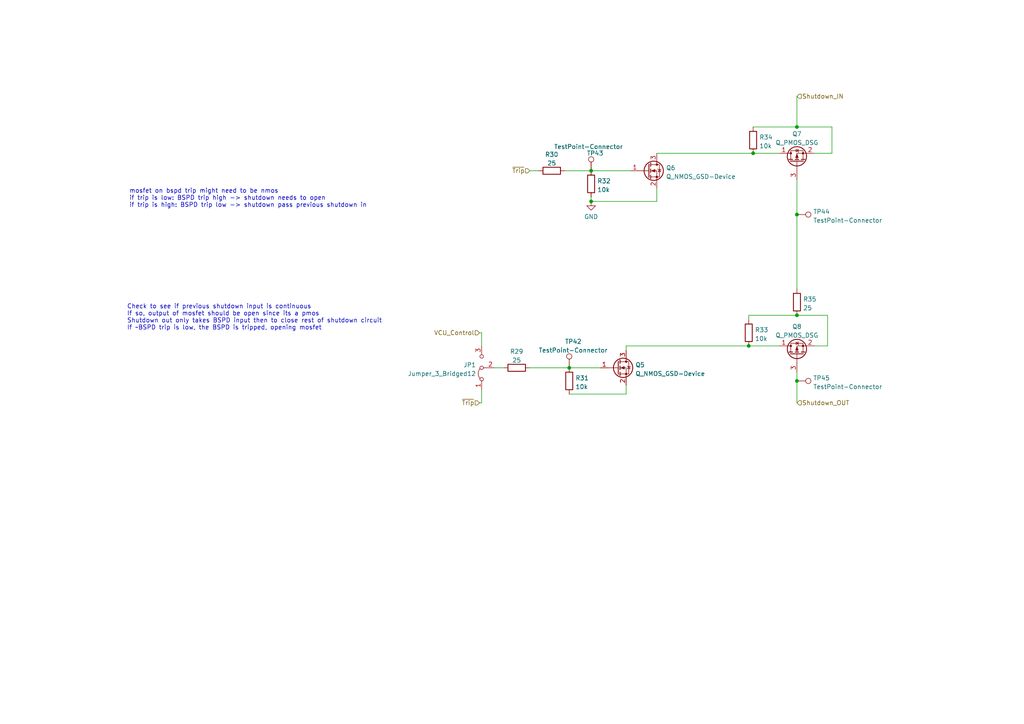
<source format=kicad_sch>
(kicad_sch (version 20211123) (generator eeschema)
  (paper "A4")
  (lib_symbols
    (symbol "20-ELC-2-01-R1(Appetizer)-rescue:Q_NMOS_GSD-Device" (pin_names (offset 0) hide)
      (property "Reference" "Q" (at 5.08 1.27 0))
      (property "Value" "Q_NMOS_GSD-Device" (at 5.08 -1.27 0))
      (symbol "Q_NMOS_GSD-Device_0_1"
        (polyline (pts (xy 0.254 0) (xy -2.54 0)))
        (polyline (pts (xy 0.254 1.905) (xy 0.254 -1.905)) (stroke (width 0.254)))
        (polyline (pts (xy 0.762 -1.27) (xy 0.762 -2.286)) (stroke (width 0.254)))
        (polyline (pts (xy 0.762 0.508) (xy 0.762 -0.508)) (stroke (width 0.254)))
        (polyline (pts (xy 0.762 2.286) (xy 0.762 1.27)) (stroke (width 0.254)))
        (polyline (pts (xy 2.54 2.54) (xy 2.54 1.778)))
        (polyline (pts (xy 2.54 -2.54) (xy 2.54 0) (xy 0.762 0)))
        (polyline (pts (xy 0.762 -1.778) (xy 3.302 -1.778) (xy 3.302 1.778) (xy 0.762 1.778)))
        (polyline (pts (xy 1.016 0) (xy 2.032 0.381) (xy 2.032 -0.381) (xy 1.016 0)) (fill (type outline)))
        (polyline (pts (xy 2.794 0.508) (xy 2.921 0.381) (xy 3.683 0.381) (xy 3.81 0.254)))
        (polyline (pts (xy 3.302 0.381) (xy 2.921 -0.254) (xy 3.683 -0.254) (xy 3.302 0.381)))
        (circle (center 1.651 0) (radius 2.794) (stroke (width 0.254)))
        (circle (center 2.54 -1.778) (radius 0.254) (fill (type outline)))
        (circle (center 2.54 1.778) (radius 0.254) (fill (type outline)))
      )
      (symbol "Q_NMOS_GSD-Device_1_1"
        (pin input line (at -5.08 0 0) (length 2.54) (name "G") (number "1"))
        (pin passive line (at 2.54 -5.08 90) (length 2.54) (name "S") (number "2"))
        (pin passive line (at 2.54 5.08 270) (length 2.54) (name "D") (number "3"))
      )
    )
    (symbol "20-ELC-2-01-R1(Appetizer)-rescue:TestPoint-Connector" (pin_numbers hide) (pin_names (offset 0.762) hide)
      (property "Reference" "TP" (at 0 6.858 0))
      (property "Value" "TestPoint-Connector" (at 0 5.08 0))
      (symbol "TestPoint-Connector_0_1"
        (circle (center 0 3.302) (radius 0.762))
      )
      (symbol "TestPoint-Connector_1_1"
        (pin passive line (at 0 0 90) (length 2.54) (name "1") (number "1"))
      )
    )
    (symbol "Device:Q_PMOS_DSG" (pin_names (offset 0) hide)
      (property "Reference" "Q" (at 5.08 1.27 0))
      (property "Value" "Q_PMOS_DSG" (at 5.08 -1.27 0))
      (symbol "Q_PMOS_DSG_0_1"
        (polyline (pts (xy 0.254 0) (xy -2.54 0)))
        (polyline (pts (xy 0.254 1.905) (xy 0.254 -1.905)) (stroke (width 0.254)))
        (polyline (pts (xy 0.762 -1.27) (xy 0.762 -2.286)) (stroke (width 0.254)))
        (polyline (pts (xy 0.762 0.508) (xy 0.762 -0.508)) (stroke (width 0.254)))
        (polyline (pts (xy 0.762 2.286) (xy 0.762 1.27)) (stroke (width 0.254)))
        (polyline (pts (xy 2.54 2.54) (xy 2.54 1.778)))
        (polyline (pts (xy 2.54 -2.54) (xy 2.54 0) (xy 0.762 0)))
        (polyline (pts (xy 0.762 1.778) (xy 3.302 1.778) (xy 3.302 -1.778) (xy 0.762 -1.778)))
        (polyline (pts (xy 2.286 0) (xy 1.27 0.381) (xy 1.27 -0.381) (xy 2.286 0)) (fill (type outline)))
        (polyline (pts (xy 2.794 -0.508) (xy 2.921 -0.381) (xy 3.683 -0.381) (xy 3.81 -0.254)))
        (polyline (pts (xy 3.302 -0.381) (xy 2.921 0.254) (xy 3.683 0.254) (xy 3.302 -0.381)))
        (circle (center 1.651 0) (radius 2.794) (stroke (width 0.254)))
        (circle (center 2.54 -1.778) (radius 0.254) (fill (type outline)))
        (circle (center 2.54 1.778) (radius 0.254) (fill (type outline)))
      )
      (symbol "Q_PMOS_DSG_1_1"
        (pin passive line (at 2.54 5.08 270) (length 2.54) (name "D") (number "1"))
        (pin passive line (at 2.54 -5.08 90) (length 2.54) (name "S") (number "2"))
        (pin input line (at -5.08 0 0) (length 2.54) (name "G") (number "3"))
      )
    )
    (symbol "Device:R" (pin_numbers hide) (pin_names (offset 0))
      (property "Reference" "R" (at 2.032 0 90))
      (property "Value" "R" (at 0 0 90))
      (symbol "R_0_1"
        (rectangle (start -1.016 -2.54) (end 1.016 2.54) (stroke (width 0.254)))
      )
      (symbol "R_1_1"
        (pin passive line (at 0 3.81 270) (length 1.27) (name "~") (number "1"))
        (pin passive line (at 0 -3.81 90) (length 1.27) (name "~") (number "2"))
      )
    )
    (symbol "Jumper:Jumper_3_Bridged12" (pin_names (offset 0) hide)
      (property "Reference" "JP" (at -2.54 -2.54 0))
      (property "Value" "Jumper_3_Bridged12" (at 0 2.794 0))
      (symbol "Jumper_3_Bridged12_0_0"
        (circle (center -3.302 0) (radius 0.508))
        (circle (center 0 0) (radius 0.508))
        (circle (center 3.302 0) (radius 0.508))
      )
      (symbol "Jumper_3_Bridged12_0_1"
        (arc (start -0.254 0.508) (mid -1.651 0.9912) (end -3.048 0.508))
        (polyline (pts (xy 0 -1.27) (xy 0 -0.508)))
      )
      (symbol "Jumper_3_Bridged12_1_1"
        (pin passive line (at -6.35 0 0) (length 2.54) (name "A") (number "1"))
        (pin input line (at 0 -3.81 90) (length 2.54) (name "C") (number "2"))
        (pin passive line (at 6.35 0 180) (length 2.54) (name "B") (number "3"))
      )
    )
    (symbol "power:GND" (power) (pin_names (offset 0))
      (property "Value" "GND" (at 0 -3.81 0))
      (symbol "GND_0_1"
        (polyline (pts (xy 0 0) (xy 0 -1.27) (xy 1.27 -1.27) (xy 0 -2.54) (xy -1.27 -1.27) (xy 0 -1.27)))
      )
      (symbol "GND_1_1"
        (pin power_in line (at 0 0 270) (length 0) hide (name "GND") (number "1"))
      )
    )
  )
  (junction (at 231.14 62.23))
  (junction (at 231.14 36.83))
  (junction (at 165.1 106.68))
  (junction (at 171.45 49.53))
  (junction (at 231.14 110.49))
  (junction (at 231.14 91.44))
  (junction (at 218.44 44.45))
  (junction (at 217.17 100.33))
  (junction (at 171.45 58.42))
  (wire (pts (xy 139.7 116.84) (xy 139.065 116.84)))
  (wire (pts (xy 217.17 92.71) (xy 217.17 91.44)))
  (wire (pts (xy 181.61 114.3) (xy 181.61 111.76)))
  (wire (pts (xy 240.03 100.33) (xy 236.22 100.33)))
  (wire (pts (xy 181.61 101.6) (xy 181.61 100.33)))
  (wire (pts (xy 153.67 49.53) (xy 156.21 49.53)))
  (wire (pts (xy 171.45 57.15) (xy 171.45 58.42)))
  (wire (pts (xy 218.44 44.45) (xy 226.06 44.45)))
  (wire (pts (xy 241.3 36.83) (xy 231.14 36.83)))
  (wire (pts (xy 231.14 110.49) (xy 231.14 116.84)))
  (wire (pts (xy 190.5 58.42) (xy 190.5 54.61)))
  (wire (pts (xy 190.5 44.45) (xy 218.44 44.45)))
  (wire (pts (xy 171.45 49.53) (xy 182.88 49.53)))
  (wire (pts (xy 139.7 113.03) (xy 139.7 116.84)))
  (wire (pts (xy 165.1 114.3) (xy 181.61 114.3)))
  (wire (pts (xy 218.44 36.83) (xy 231.14 36.83)))
  (wire (pts (xy 236.22 44.45) (xy 241.3 44.45)))
  (wire (pts (xy 171.45 58.42) (xy 190.5 58.42)))
  (wire (pts (xy 165.1 106.68) (xy 173.99 106.68)))
  (wire (pts (xy 153.67 106.68) (xy 165.1 106.68)))
  (wire (pts (xy 139.7 96.52) (xy 139.065 96.52)))
  (wire (pts (xy 163.83 49.53) (xy 171.45 49.53)))
  (wire (pts (xy 181.61 100.33) (xy 217.17 100.33)))
  (wire (pts (xy 231.14 62.23) (xy 231.14 83.82)))
  (wire (pts (xy 231.14 91.44) (xy 240.03 91.44)))
  (wire (pts (xy 217.17 100.33) (xy 226.06 100.33)))
  (wire (pts (xy 217.17 91.44) (xy 231.14 91.44)))
  (wire (pts (xy 231.14 110.49) (xy 231.14 107.95)))
  (wire (pts (xy 231.14 27.94) (xy 231.14 36.83)))
  (wire (pts (xy 143.51 106.68) (xy 146.05 106.68)))
  (wire (pts (xy 231.14 52.07) (xy 231.14 62.23)))
  (wire (pts (xy 139.7 100.33) (xy 139.7 96.52)))
  (wire (pts (xy 240.03 91.44) (xy 240.03 100.33)))
  (wire (pts (xy 241.3 44.45) (xy 241.3 36.83)))
  (text "Check to see if previous shutdown input is continuous\nIf so, output of mosfet should be open since its a pmos\nShutdown out only takes BSPD input then to close rest of shutdown circuit\nIf ~BSPD trip is low, the BSPD is tripped, opening mosfet" (at 36.83 95.885 0) (effects (font (size 1.27 1.27)) (justify left bottom)))
  (text "mosfet on bspd trip might need to be nmos\nif trip is low: BSPD trip high -> shutdown needs to open\nif trip is high: BSPD trip low -> shutdown pass previous shutdown in" (at 37.465 60.325 0) (effects (font (size 1.27 1.27)) (justify left bottom)))
  (hierarchical_label "VCU_Control" (shape input) (at 139.065 96.52 180))
  (hierarchical_label "Shutdown_IN" (shape input) (at 231.14 27.94 0))
  (hierarchical_label "~{Trip}" (shape input) (at 153.67 49.53 180))
  (hierarchical_label "Shutdown_OUT" (shape input) (at 231.14 116.84 0))
  (hierarchical_label "~{Trip}" (shape input) (at 139.065 116.84 180))
  (symbol (lib_id "Device:Q_PMOS_DSG") (at 231.14 46.99 90) (unit 1)
    (property "Reference" "Q7" (at 231.14 38.8452 90))
    (property "Value" "Q_PMOS_DSG" (at 231.14 41.3821 90))
    (property "Datasheet" "https://www.mouser.com/datasheet/2/916/NXV75UP-1948324.pdf" (effects hide))
  )
  (symbol (lib_id "Device:R") (at 218.44 40.64 0) (unit 1)
    (property "Reference" "R34" (at 220.218 39.8053 0) (effects (justify left)))
    (property "Value" "10k" (at 220.218 42.3422 0) (effects (justify left)))
    (property "Footprint" "Resistor_SMD:R_0603_1608Metric_Pad0.98x0.95mm_HandSolder" (effects hide))
  )
  (symbol (lib_id "Device:R") (at 217.17 96.52 0) (unit 1)
    (property "Reference" "R33" (at 218.948 95.6853 0) (effects (justify left)))
    (property "Value" "10k" (at 218.948 98.2222 0) (effects (justify left)))
    (property "Footprint" "Resistor_SMD:R_0603_1608Metric_Pad0.98x0.95mm_HandSolder" (effects hide))
  )
  (symbol (lib_id "20-ELC-2-01-R1(Appetizer)-rescue:TestPoint-Connector") (at 231.14 62.23 270) (unit 1)
    (property "Reference" "TP44" (at 235.839 61.3953 90) (effects (justify left)))
    (property "Value" "TestPoint-Connector" (at 235.839 63.9322 90) (effects (justify left)))
    (property "Footprint" "TestPoint:TestPoint_THTPad_D1.0mm_Drill0.5mm" (effects hide))
  )
  (symbol (lib_id "Device:R") (at 160.02 49.53 90) (unit 1)
    (property "Reference" "R30" (at 160.02 44.8142 90))
    (property "Value" "25" (at 160.02 47.3511 90))
    (property "Footprint" "Resistor_SMD:R_0603_1608Metric_Pad0.98x0.95mm_HandSolder" (effects hide))
  )
  (symbol (lib_id "Device:R") (at 231.14 87.63 0) (unit 1)
    (property "Reference" "R35" (at 232.918 86.7953 0) (effects (justify left)))
    (property "Value" "25" (at 232.918 89.3322 0) (effects (justify left)))
    (property "Footprint" "Resistor_SMD:R_0603_1608Metric_Pad0.98x0.95mm_HandSolder" (effects hide))
  )
  (symbol (lib_id "20-ELC-2-01-R1(Appetizer)-rescue:TestPoint-Connector") (at 231.14 110.49 270) (unit 1)
    (property "Reference" "TP45" (at 235.839 109.6553 90) (effects (justify left)))
    (property "Value" "TestPoint-Connector" (at 235.839 112.1922 90) (effects (justify left)))
    (property "Footprint" "TestPoint:TestPoint_THTPad_D1.0mm_Drill0.5mm" (effects hide))
  )
  (symbol (lib_id "20-ELC-2-01-R1(Appetizer)-rescue:Q_NMOS_GSD-Device") (at 187.96 49.53 0) (unit 1)
    (property "Reference" "Q6" (at 193.167 48.6953 0) (effects (justify left)))
    (property "Value" "Q_NMOS_GSD-Device" (at 193.167 51.2322 0) (effects (justify left)))
    (property "Datasheet" "https://www.mouser.com/datasheet/2/916/PMV15ENE-2909821.pdf" (effects hide))
  )
  (symbol (lib_id "20-ELC-2-01-R1(Appetizer)-rescue:TestPoint-Connector") (at 171.45 49.53 0) (unit 1)
    (property "Reference" "TP43" (at 170.18 44.45 0) (effects (justify left)))
    (property "Value" "TestPoint-Connector" (at 160.655 42.545 0) (effects (justify left)))
    (property "Footprint" "TestPoint:TestPoint_THTPad_D1.0mm_Drill0.5mm" (effects hide))
  )
  (symbol (lib_id "Device:Q_PMOS_DSG") (at 231.14 102.87 90) (unit 1)
    (property "Reference" "Q8" (at 231.14 94.7252 90))
    (property "Value" "Q_PMOS_DSG" (at 231.14 97.2621 90))
    (property "Datasheet" "https://www.mouser.com/datasheet/2/916/NXV75UP-1948324.pdf" (effects hide))
  )
  (symbol (lib_id "Device:R") (at 171.45 53.34 0) (unit 1)
    (property "Reference" "R32" (at 173.228 52.5053 0) (effects (justify left)))
    (property "Value" "10k" (at 173.228 55.0422 0) (effects (justify left)))
    (property "Footprint" "Resistor_SMD:R_0603_1608Metric_Pad0.98x0.95mm_HandSolder" (effects hide))
  )
  (symbol (lib_id "power:GND") (at 171.45 58.42 0) (unit 1)
    (property "Reference" "#PWR0115" (effects hide))
    (property "Value" "GND" (at 171.45 62.865 0))
  )
  (symbol (lib_id "20-ELC-2-01-R1(Appetizer)-rescue:TestPoint-Connector") (at 165.1 106.68 0) (unit 1)
    (property "Reference" "TP42" (at 163.83 99.06 0) (effects (justify left)))
    (property "Value" "TestPoint-Connector" (at 156.21 101.6 0) (effects (justify left)))
    (property "Footprint" "TestPoint:TestPoint_THTPad_D1.0mm_Drill0.5mm" (effects hide))
  )
  (symbol (lib_id "Jumper:Jumper_3_Bridged12") (at 139.7 106.68 90) (unit 1)
    (property "Reference" "JP1" (at 138.0739 105.8453 90) (effects (justify left)))
    (property "Value" "Jumper_3_Bridged12" (at 138.0739 108.3822 90) (effects (justify left)))
  )
  (symbol (lib_id "Device:R") (at 165.1 110.49 0) (unit 1)
    (property "Reference" "R31" (at 166.878 109.6553 0) (effects (justify left)))
    (property "Value" "10k" (at 166.878 112.1922 0) (effects (justify left)))
    (property "Footprint" "Resistor_SMD:R_0603_1608Metric_Pad0.98x0.95mm_HandSolder" (effects hide))
  )
  (symbol (lib_id "Device:R") (at 149.86 106.68 90) (unit 1)
    (property "Reference" "R29" (at 149.86 101.9642 90))
    (property "Value" "25" (at 149.86 104.5011 90))
    (property "Footprint" "Resistor_SMD:R_0603_1608Metric_Pad0.98x0.95mm_HandSolder" (effects hide))
  )
  (symbol (lib_id "20-ELC-2-01-R1(Appetizer)-rescue:Q_NMOS_GSD-Device") (at 179.07 106.68 0) (unit 1)
    (property "Reference" "Q5" (at 184.277 105.8453 0) (effects (justify left)))
    (property "Value" "Q_NMOS_GSD-Device" (at 184.277 108.3822 0) (effects (justify left)))
    (property "Datasheet" "https://www.mouser.com/datasheet/2/916/PMV15ENE-2909821.pdf" (effects hide))
  )
)
</source>
